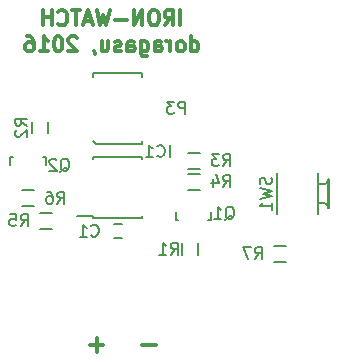
<source format=gbr>
G04 #@! TF.FileFunction,Legend,Bot*
%FSLAX46Y46*%
G04 Gerber Fmt 4.6, Leading zero omitted, Abs format (unit mm)*
G04 Created by KiCad (PCBNEW (2016-05-06 BZR 6776)-stable) date sáb 02 jul 2016 17:41:08 CEST*
%MOMM*%
%LPD*%
G01*
G04 APERTURE LIST*
%ADD10C,0.100000*%
%ADD11C,0.300000*%
%ADD12C,0.304800*%
%ADD13C,0.150000*%
%ADD14C,0.203200*%
%ADD15R,0.550800X0.950800*%
%ADD16R,1.800800X1.050800*%
%ADD17R,0.850800X0.800800*%
%ADD18R,1.600800X0.650800*%
%ADD19C,1.574800*%
%ADD20R,0.950800X0.550800*%
%ADD21R,0.850900X0.850900*%
%ADD22R,3.750800X1.750800*%
G04 APERTURE END LIST*
D10*
D11*
X151955571Y-107842857D02*
X153098428Y-107842857D01*
X148653428Y-107803142D02*
X147510571Y-107803142D01*
X148082000Y-108374571D02*
X148082000Y-107231714D01*
D12*
X155157714Y-80749623D02*
X155157714Y-79479623D01*
X153827238Y-80749623D02*
X154250571Y-80144861D01*
X154552952Y-80749623D02*
X154552952Y-79479623D01*
X154069142Y-79479623D01*
X153948190Y-79540100D01*
X153887714Y-79600576D01*
X153827238Y-79721528D01*
X153827238Y-79902957D01*
X153887714Y-80023909D01*
X153948190Y-80084385D01*
X154069142Y-80144861D01*
X154552952Y-80144861D01*
X153041047Y-79479623D02*
X152799142Y-79479623D01*
X152678190Y-79540100D01*
X152557238Y-79661052D01*
X152496761Y-79902957D01*
X152496761Y-80326290D01*
X152557238Y-80568195D01*
X152678190Y-80689147D01*
X152799142Y-80749623D01*
X153041047Y-80749623D01*
X153162000Y-80689147D01*
X153282952Y-80568195D01*
X153343428Y-80326290D01*
X153343428Y-79902957D01*
X153282952Y-79661052D01*
X153162000Y-79540100D01*
X153041047Y-79479623D01*
X151952476Y-80749623D02*
X151952476Y-79479623D01*
X151226761Y-80749623D01*
X151226761Y-79479623D01*
X150622000Y-80265814D02*
X149654380Y-80265814D01*
X149170571Y-79479623D02*
X148868190Y-80749623D01*
X148626285Y-79842480D01*
X148384380Y-80749623D01*
X148082000Y-79479623D01*
X147658666Y-80386766D02*
X147053904Y-80386766D01*
X147779619Y-80749623D02*
X147356285Y-79479623D01*
X146932952Y-80749623D01*
X146691047Y-79479623D02*
X145965333Y-79479623D01*
X146328190Y-80749623D02*
X146328190Y-79479623D01*
X144816285Y-80628671D02*
X144876761Y-80689147D01*
X145058190Y-80749623D01*
X145179142Y-80749623D01*
X145360571Y-80689147D01*
X145481523Y-80568195D01*
X145542000Y-80447242D01*
X145602476Y-80205338D01*
X145602476Y-80023909D01*
X145542000Y-79782004D01*
X145481523Y-79661052D01*
X145360571Y-79540100D01*
X145179142Y-79479623D01*
X145058190Y-79479623D01*
X144876761Y-79540100D01*
X144816285Y-79600576D01*
X144272000Y-80749623D02*
X144272000Y-79479623D01*
X144272000Y-80084385D02*
X143546285Y-80084385D01*
X143546285Y-80749623D02*
X143546285Y-79479623D01*
X156064857Y-82959423D02*
X156064857Y-81689423D01*
X156064857Y-82898947D02*
X156185809Y-82959423D01*
X156427714Y-82959423D01*
X156548666Y-82898947D01*
X156609142Y-82838471D01*
X156669619Y-82717519D01*
X156669619Y-82354661D01*
X156609142Y-82233709D01*
X156548666Y-82173233D01*
X156427714Y-82112757D01*
X156185809Y-82112757D01*
X156064857Y-82173233D01*
X155278666Y-82959423D02*
X155399619Y-82898947D01*
X155460095Y-82838471D01*
X155520571Y-82717519D01*
X155520571Y-82354661D01*
X155460095Y-82233709D01*
X155399619Y-82173233D01*
X155278666Y-82112757D01*
X155097238Y-82112757D01*
X154976285Y-82173233D01*
X154915809Y-82233709D01*
X154855333Y-82354661D01*
X154855333Y-82717519D01*
X154915809Y-82838471D01*
X154976285Y-82898947D01*
X155097238Y-82959423D01*
X155278666Y-82959423D01*
X154311047Y-82959423D02*
X154311047Y-82112757D01*
X154311047Y-82354661D02*
X154250571Y-82233709D01*
X154190095Y-82173233D01*
X154069142Y-82112757D01*
X153948190Y-82112757D01*
X152980571Y-82959423D02*
X152980571Y-82294185D01*
X153041047Y-82173233D01*
X153162000Y-82112757D01*
X153403904Y-82112757D01*
X153524857Y-82173233D01*
X152980571Y-82898947D02*
X153101523Y-82959423D01*
X153403904Y-82959423D01*
X153524857Y-82898947D01*
X153585333Y-82777995D01*
X153585333Y-82657042D01*
X153524857Y-82536090D01*
X153403904Y-82475614D01*
X153101523Y-82475614D01*
X152980571Y-82415138D01*
X151831523Y-82112757D02*
X151831523Y-83140852D01*
X151892000Y-83261804D01*
X151952476Y-83322280D01*
X152073428Y-83382757D01*
X152254857Y-83382757D01*
X152375809Y-83322280D01*
X151831523Y-82898947D02*
X151952476Y-82959423D01*
X152194380Y-82959423D01*
X152315333Y-82898947D01*
X152375809Y-82838471D01*
X152436285Y-82717519D01*
X152436285Y-82354661D01*
X152375809Y-82233709D01*
X152315333Y-82173233D01*
X152194380Y-82112757D01*
X151952476Y-82112757D01*
X151831523Y-82173233D01*
X150682476Y-82959423D02*
X150682476Y-82294185D01*
X150742952Y-82173233D01*
X150863904Y-82112757D01*
X151105809Y-82112757D01*
X151226761Y-82173233D01*
X150682476Y-82898947D02*
X150803428Y-82959423D01*
X151105809Y-82959423D01*
X151226761Y-82898947D01*
X151287238Y-82777995D01*
X151287238Y-82657042D01*
X151226761Y-82536090D01*
X151105809Y-82475614D01*
X150803428Y-82475614D01*
X150682476Y-82415138D01*
X150138190Y-82898947D02*
X150017238Y-82959423D01*
X149775333Y-82959423D01*
X149654380Y-82898947D01*
X149593904Y-82777995D01*
X149593904Y-82717519D01*
X149654380Y-82596566D01*
X149775333Y-82536090D01*
X149956761Y-82536090D01*
X150077714Y-82475614D01*
X150138190Y-82354661D01*
X150138190Y-82294185D01*
X150077714Y-82173233D01*
X149956761Y-82112757D01*
X149775333Y-82112757D01*
X149654380Y-82173233D01*
X148505333Y-82112757D02*
X148505333Y-82959423D01*
X149049619Y-82112757D02*
X149049619Y-82777995D01*
X148989142Y-82898947D01*
X148868190Y-82959423D01*
X148686761Y-82959423D01*
X148565809Y-82898947D01*
X148505333Y-82838471D01*
X147840095Y-82898947D02*
X147840095Y-82959423D01*
X147900571Y-83080376D01*
X147961047Y-83140852D01*
X146388666Y-81810376D02*
X146328190Y-81749900D01*
X146207238Y-81689423D01*
X145904857Y-81689423D01*
X145783904Y-81749900D01*
X145723428Y-81810376D01*
X145662952Y-81931328D01*
X145662952Y-82052280D01*
X145723428Y-82233709D01*
X146449142Y-82959423D01*
X145662952Y-82959423D01*
X144876761Y-81689423D02*
X144755809Y-81689423D01*
X144634857Y-81749900D01*
X144574380Y-81810376D01*
X144513904Y-81931328D01*
X144453428Y-82173233D01*
X144453428Y-82475614D01*
X144513904Y-82717519D01*
X144574380Y-82838471D01*
X144634857Y-82898947D01*
X144755809Y-82959423D01*
X144876761Y-82959423D01*
X144997714Y-82898947D01*
X145058190Y-82838471D01*
X145118666Y-82717519D01*
X145179142Y-82475614D01*
X145179142Y-82173233D01*
X145118666Y-81931328D01*
X145058190Y-81810376D01*
X144997714Y-81749900D01*
X144876761Y-81689423D01*
X143243904Y-82959423D02*
X143969619Y-82959423D01*
X143606761Y-82959423D02*
X143606761Y-81689423D01*
X143727714Y-81870852D01*
X143848666Y-81991804D01*
X143969619Y-82052280D01*
X142155333Y-81689423D02*
X142397238Y-81689423D01*
X142518190Y-81749900D01*
X142578666Y-81810376D01*
X142699619Y-81991804D01*
X142760095Y-82233709D01*
X142760095Y-82717519D01*
X142699619Y-82838471D01*
X142639142Y-82898947D01*
X142518190Y-82959423D01*
X142276285Y-82959423D01*
X142155333Y-82898947D01*
X142094857Y-82838471D01*
X142034380Y-82717519D01*
X142034380Y-82415138D01*
X142094857Y-82294185D01*
X142155333Y-82233709D01*
X142276285Y-82173233D01*
X142518190Y-82173233D01*
X142639142Y-82233709D01*
X142699619Y-82294185D01*
X142760095Y-82415138D01*
D13*
X163076000Y-100751000D02*
X164076000Y-100751000D01*
X164076000Y-99401000D02*
X163076000Y-99401000D01*
D14*
X151960000Y-84805000D02*
X151960000Y-85105000D01*
X147760000Y-84805000D02*
X151960000Y-84805000D01*
X147760000Y-85105000D02*
X147760000Y-84805000D01*
X151960000Y-90805000D02*
X151960000Y-90505000D01*
X148060000Y-90805000D02*
X147760000Y-90505000D01*
X151960000Y-90805000D02*
X148060000Y-90805000D01*
D13*
X150210000Y-97571000D02*
X149510000Y-97571000D01*
X149510000Y-98771000D02*
X150210000Y-98771000D01*
X147785000Y-97063000D02*
X147785000Y-96918000D01*
X151935000Y-97063000D02*
X151935000Y-96918000D01*
X151935000Y-91913000D02*
X151935000Y-92058000D01*
X147785000Y-91913000D02*
X147785000Y-92058000D01*
X147785000Y-97063000D02*
X151935000Y-97063000D01*
X147785000Y-91913000D02*
X151935000Y-91913000D01*
X147785000Y-96918000D02*
X146385000Y-96918000D01*
X155344500Y-99195000D02*
X155344500Y-100195000D01*
X156694500Y-100195000D02*
X156694500Y-99195000D01*
X143931000Y-89908000D02*
X143931000Y-88908000D01*
X142581000Y-88908000D02*
X142581000Y-89908000D01*
X155837000Y-92877000D02*
X156837000Y-92877000D01*
X156837000Y-91527000D02*
X155837000Y-91527000D01*
X156837000Y-93305000D02*
X155837000Y-93305000D01*
X155837000Y-94655000D02*
X156837000Y-94655000D01*
X157555566Y-97255613D02*
X157507306Y-97255613D01*
X154756586Y-96554573D02*
X154756586Y-97255613D01*
X154756586Y-97255613D02*
X155005506Y-97255613D01*
X157555566Y-97255613D02*
X157756226Y-97255613D01*
X157756226Y-97255613D02*
X157756226Y-96554573D01*
X140974606Y-91906710D02*
X141022866Y-91906710D01*
X143773586Y-92607750D02*
X143773586Y-91906710D01*
X143773586Y-91906710D02*
X143524666Y-91906710D01*
X140974606Y-91906710D02*
X140773946Y-91906710D01*
X140773946Y-91906710D02*
X140773946Y-92607750D01*
X143264000Y-97957000D02*
X144264000Y-97957000D01*
X144264000Y-96607000D02*
X143264000Y-96607000D01*
X141740000Y-96052000D02*
X142740000Y-96052000D01*
X142740000Y-94702000D02*
X141740000Y-94702000D01*
D14*
X166850000Y-96746000D02*
X166850000Y-93246000D01*
X167350000Y-95796000D02*
G75*
G02X167650000Y-96096000I0J-300000D01*
G01*
X167650000Y-93896000D02*
G75*
G02X167350000Y-94196000I-300000J0D01*
G01*
X166850000Y-94196000D02*
X167350000Y-94196000D01*
X167350000Y-95796000D02*
X166850000Y-95796000D01*
X167650000Y-96246000D02*
X167750000Y-96246000D01*
X167650000Y-93746000D02*
X167650000Y-96246000D01*
X167750000Y-93746000D02*
X167650000Y-93746000D01*
X167750000Y-96246000D02*
X167750000Y-93746000D01*
X163350000Y-96746000D02*
X163350000Y-93246000D01*
X161459333Y-100535619D02*
X161798000Y-100051809D01*
X162039904Y-100535619D02*
X162039904Y-99519619D01*
X161652857Y-99519619D01*
X161556095Y-99568000D01*
X161507714Y-99616380D01*
X161459333Y-99713142D01*
X161459333Y-99858285D01*
X161507714Y-99955047D01*
X161556095Y-100003428D01*
X161652857Y-100051809D01*
X162039904Y-100051809D01*
X161120666Y-99519619D02*
X160443333Y-99519619D01*
X160878761Y-100535619D01*
X155562904Y-88216619D02*
X155562904Y-87200619D01*
X155175857Y-87200619D01*
X155079095Y-87249000D01*
X155030714Y-87297380D01*
X154982333Y-87394142D01*
X154982333Y-87539285D01*
X155030714Y-87636047D01*
X155079095Y-87684428D01*
X155175857Y-87732809D01*
X155562904Y-87732809D01*
X154643666Y-87200619D02*
X154014714Y-87200619D01*
X154353380Y-87587666D01*
X154208238Y-87587666D01*
X154111476Y-87636047D01*
X154063095Y-87684428D01*
X154014714Y-87781190D01*
X154014714Y-88023095D01*
X154063095Y-88119857D01*
X154111476Y-88168238D01*
X154208238Y-88216619D01*
X154498523Y-88216619D01*
X154595285Y-88168238D01*
X154643666Y-88119857D01*
X147616333Y-98533857D02*
X147664714Y-98582238D01*
X147809857Y-98630619D01*
X147906619Y-98630619D01*
X148051761Y-98582238D01*
X148148523Y-98485476D01*
X148196904Y-98388714D01*
X148245285Y-98195190D01*
X148245285Y-98050047D01*
X148196904Y-97856523D01*
X148148523Y-97759761D01*
X148051761Y-97663000D01*
X147906619Y-97614619D01*
X147809857Y-97614619D01*
X147664714Y-97663000D01*
X147616333Y-97711380D01*
X146648714Y-98630619D02*
X147229285Y-98630619D01*
X146939000Y-98630619D02*
X146939000Y-97614619D01*
X147035761Y-97759761D01*
X147132523Y-97856523D01*
X147229285Y-97904904D01*
X154280809Y-91899619D02*
X154280809Y-90883619D01*
X153216428Y-91802857D02*
X153264809Y-91851238D01*
X153409952Y-91899619D01*
X153506714Y-91899619D01*
X153651857Y-91851238D01*
X153748619Y-91754476D01*
X153797000Y-91657714D01*
X153845380Y-91464190D01*
X153845380Y-91319047D01*
X153797000Y-91125523D01*
X153748619Y-91028761D01*
X153651857Y-90932000D01*
X153506714Y-90883619D01*
X153409952Y-90883619D01*
X153264809Y-90932000D01*
X153216428Y-90980380D01*
X152248809Y-91899619D02*
X152829380Y-91899619D01*
X152539095Y-91899619D02*
X152539095Y-90883619D01*
X152635857Y-91028761D01*
X152732619Y-91125523D01*
X152829380Y-91173904D01*
X154347333Y-100154619D02*
X154686000Y-99670809D01*
X154927904Y-100154619D02*
X154927904Y-99138619D01*
X154540857Y-99138619D01*
X154444095Y-99187000D01*
X154395714Y-99235380D01*
X154347333Y-99332142D01*
X154347333Y-99477285D01*
X154395714Y-99574047D01*
X154444095Y-99622428D01*
X154540857Y-99670809D01*
X154927904Y-99670809D01*
X153379714Y-100154619D02*
X153960285Y-100154619D01*
X153670000Y-100154619D02*
X153670000Y-99138619D01*
X153766761Y-99283761D01*
X153863523Y-99380523D01*
X153960285Y-99428904D01*
X142191619Y-89238666D02*
X141707809Y-88900000D01*
X142191619Y-88658095D02*
X141175619Y-88658095D01*
X141175619Y-89045142D01*
X141224000Y-89141904D01*
X141272380Y-89190285D01*
X141369142Y-89238666D01*
X141514285Y-89238666D01*
X141611047Y-89190285D01*
X141659428Y-89141904D01*
X141707809Y-89045142D01*
X141707809Y-88658095D01*
X141272380Y-89625714D02*
X141224000Y-89674095D01*
X141175619Y-89770857D01*
X141175619Y-90012761D01*
X141224000Y-90109523D01*
X141272380Y-90157904D01*
X141369142Y-90206285D01*
X141465904Y-90206285D01*
X141611047Y-90157904D01*
X142191619Y-89577333D01*
X142191619Y-90206285D01*
X158792333Y-92661619D02*
X159131000Y-92177809D01*
X159372904Y-92661619D02*
X159372904Y-91645619D01*
X158985857Y-91645619D01*
X158889095Y-91694000D01*
X158840714Y-91742380D01*
X158792333Y-91839142D01*
X158792333Y-91984285D01*
X158840714Y-92081047D01*
X158889095Y-92129428D01*
X158985857Y-92177809D01*
X159372904Y-92177809D01*
X158453666Y-91645619D02*
X157824714Y-91645619D01*
X158163380Y-92032666D01*
X158018238Y-92032666D01*
X157921476Y-92081047D01*
X157873095Y-92129428D01*
X157824714Y-92226190D01*
X157824714Y-92468095D01*
X157873095Y-92564857D01*
X157921476Y-92613238D01*
X158018238Y-92661619D01*
X158308523Y-92661619D01*
X158405285Y-92613238D01*
X158453666Y-92564857D01*
X158792333Y-94439619D02*
X159131000Y-93955809D01*
X159372904Y-94439619D02*
X159372904Y-93423619D01*
X158985857Y-93423619D01*
X158889095Y-93472000D01*
X158840714Y-93520380D01*
X158792333Y-93617142D01*
X158792333Y-93762285D01*
X158840714Y-93859047D01*
X158889095Y-93907428D01*
X158985857Y-93955809D01*
X159372904Y-93955809D01*
X157921476Y-93762285D02*
X157921476Y-94439619D01*
X158163380Y-93375238D02*
X158405285Y-94100952D01*
X157776333Y-94100952D01*
X158973761Y-97203380D02*
X159070523Y-97155000D01*
X159167285Y-97058238D01*
X159312428Y-96913095D01*
X159409190Y-96864714D01*
X159505952Y-96864714D01*
X159457571Y-97106619D02*
X159554333Y-97058238D01*
X159651095Y-96961476D01*
X159699476Y-96767952D01*
X159699476Y-96429285D01*
X159651095Y-96235761D01*
X159554333Y-96139000D01*
X159457571Y-96090619D01*
X159264047Y-96090619D01*
X159167285Y-96139000D01*
X159070523Y-96235761D01*
X159022142Y-96429285D01*
X159022142Y-96767952D01*
X159070523Y-96961476D01*
X159167285Y-97058238D01*
X159264047Y-97106619D01*
X159457571Y-97106619D01*
X158054523Y-97106619D02*
X158635095Y-97106619D01*
X158344809Y-97106619D02*
X158344809Y-96090619D01*
X158441571Y-96235761D01*
X158538333Y-96332523D01*
X158635095Y-96380904D01*
X145003761Y-93139380D02*
X145100523Y-93091000D01*
X145197285Y-92994238D01*
X145342428Y-92849095D01*
X145439190Y-92800714D01*
X145535952Y-92800714D01*
X145487571Y-93042619D02*
X145584333Y-92994238D01*
X145681095Y-92897476D01*
X145729476Y-92703952D01*
X145729476Y-92365285D01*
X145681095Y-92171761D01*
X145584333Y-92075000D01*
X145487571Y-92026619D01*
X145294047Y-92026619D01*
X145197285Y-92075000D01*
X145100523Y-92171761D01*
X145052142Y-92365285D01*
X145052142Y-92703952D01*
X145100523Y-92897476D01*
X145197285Y-92994238D01*
X145294047Y-93042619D01*
X145487571Y-93042619D01*
X144665095Y-92123380D02*
X144616714Y-92075000D01*
X144519952Y-92026619D01*
X144278047Y-92026619D01*
X144181285Y-92075000D01*
X144132904Y-92123380D01*
X144084523Y-92220142D01*
X144084523Y-92316904D01*
X144132904Y-92462047D01*
X144713476Y-93042619D01*
X144084523Y-93042619D01*
X141647333Y-97741619D02*
X141986000Y-97257809D01*
X142227904Y-97741619D02*
X142227904Y-96725619D01*
X141840857Y-96725619D01*
X141744095Y-96774000D01*
X141695714Y-96822380D01*
X141647333Y-96919142D01*
X141647333Y-97064285D01*
X141695714Y-97161047D01*
X141744095Y-97209428D01*
X141840857Y-97257809D01*
X142227904Y-97257809D01*
X140728095Y-96725619D02*
X141211904Y-96725619D01*
X141260285Y-97209428D01*
X141211904Y-97161047D01*
X141115142Y-97112666D01*
X140873238Y-97112666D01*
X140776476Y-97161047D01*
X140728095Y-97209428D01*
X140679714Y-97306190D01*
X140679714Y-97548095D01*
X140728095Y-97644857D01*
X140776476Y-97693238D01*
X140873238Y-97741619D01*
X141115142Y-97741619D01*
X141211904Y-97693238D01*
X141260285Y-97644857D01*
X144756507Y-95857517D02*
X145095174Y-95373707D01*
X145337078Y-95857517D02*
X145337078Y-94841517D01*
X144950031Y-94841517D01*
X144853269Y-94889898D01*
X144804888Y-94938278D01*
X144756507Y-95035040D01*
X144756507Y-95180183D01*
X144804888Y-95276945D01*
X144853269Y-95325326D01*
X144950031Y-95373707D01*
X145337078Y-95373707D01*
X143885650Y-94841517D02*
X144079174Y-94841517D01*
X144175935Y-94889898D01*
X144224316Y-94938278D01*
X144321078Y-95083421D01*
X144369459Y-95276945D01*
X144369459Y-95663993D01*
X144321078Y-95760755D01*
X144272697Y-95809136D01*
X144175935Y-95857517D01*
X143982412Y-95857517D01*
X143885650Y-95809136D01*
X143837269Y-95760755D01*
X143788888Y-95663993D01*
X143788888Y-95422088D01*
X143837269Y-95325326D01*
X143885650Y-95276945D01*
X143982412Y-95228564D01*
X144175935Y-95228564D01*
X144272697Y-95276945D01*
X144321078Y-95325326D01*
X144369459Y-95422088D01*
X162844238Y-93641333D02*
X162892619Y-93786476D01*
X162892619Y-94028380D01*
X162844238Y-94125142D01*
X162795857Y-94173523D01*
X162699095Y-94221904D01*
X162602333Y-94221904D01*
X162505571Y-94173523D01*
X162457190Y-94125142D01*
X162408809Y-94028380D01*
X162360428Y-93834857D01*
X162312047Y-93738095D01*
X162263666Y-93689714D01*
X162166904Y-93641333D01*
X162070142Y-93641333D01*
X161973380Y-93689714D01*
X161925000Y-93738095D01*
X161876619Y-93834857D01*
X161876619Y-94076761D01*
X161925000Y-94221904D01*
X161876619Y-94560571D02*
X162892619Y-94802476D01*
X162166904Y-94996000D01*
X162892619Y-95189523D01*
X161876619Y-95431428D01*
X162892619Y-96350666D02*
X162892619Y-95770095D01*
X162892619Y-96060380D02*
X161876619Y-96060380D01*
X162021761Y-95963619D01*
X162118523Y-95866857D01*
X162166904Y-95770095D01*
%LPC*%
D15*
X164326000Y-100076000D03*
X162826000Y-100076000D03*
D16*
X146985000Y-89805000D03*
X152735000Y-89805000D03*
X146985000Y-87805000D03*
X152735000Y-87805000D03*
X146985000Y-85805000D03*
X152735000Y-85805000D03*
D17*
X150610000Y-98171000D03*
X149110000Y-98171000D03*
D18*
X147160000Y-96393000D03*
X147160000Y-95123000D03*
X147160000Y-93853000D03*
X147160000Y-92583000D03*
X152560000Y-92583000D03*
X152560000Y-93853000D03*
X152560000Y-95123000D03*
X152560000Y-96393000D03*
D19*
X148082000Y-109982000D03*
X152527000Y-109982000D03*
D20*
X156019500Y-100445000D03*
X156019500Y-98945000D03*
X143256000Y-88658000D03*
X143256000Y-90158000D03*
D15*
X157087000Y-92202000D03*
X155587000Y-92202000D03*
X155587000Y-93980000D03*
X157087000Y-93980000D03*
D21*
X155306406Y-95604613D03*
X157206406Y-95604613D03*
X156256406Y-97603593D03*
X143223766Y-93557710D03*
X141323766Y-93557710D03*
X142273766Y-91558730D03*
D15*
X144514000Y-97282000D03*
X143014000Y-97282000D03*
X142990000Y-95377000D03*
X141490000Y-95377000D03*
D22*
X165100000Y-97946000D03*
X165100000Y-92046000D03*
M02*

</source>
